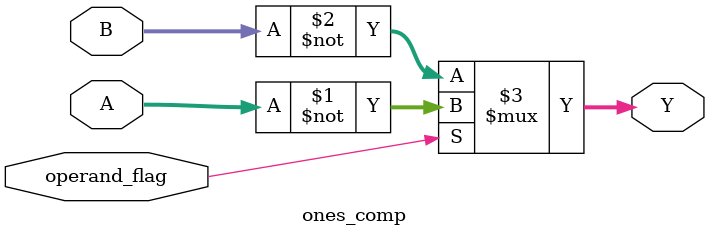
<source format=v>
`timescale 1ns / 1ps

/*
    Return A or B inverted depending on operand_flag
        if(operand_flag == 1) return A inverted
        else return B inverted
*/
module ones_comp    
    #(parameter BUS_WIDTH = 8)
    (
        input [BUS_WIDTH - 1 : 0] A, 
        input [BUS_WIDTH - 1 : 0] B, 
        input operand_flag, 
        output [BUS_WIDTH - 1 : 0] Y        
    );
    
    assign Y = (operand_flag) ? ~(A) : ~(B); 
    
endmodule

</source>
